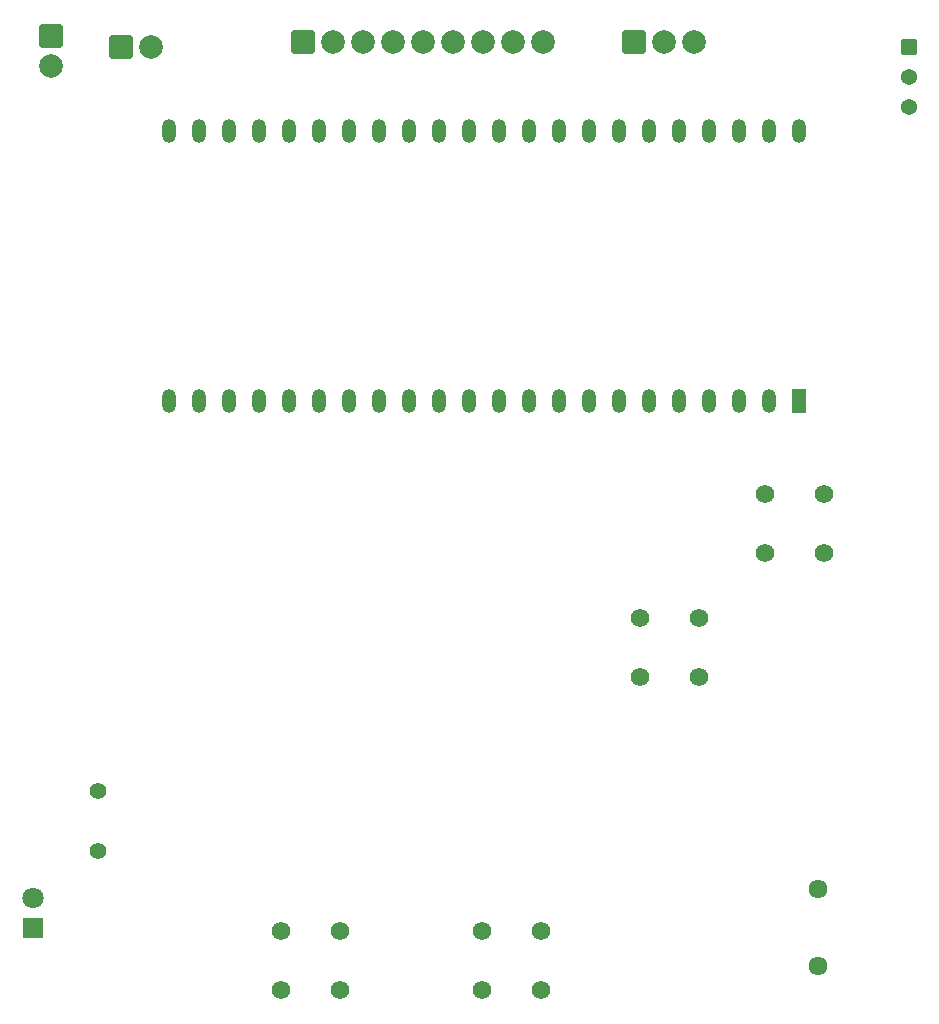
<source format=gbr>
%TF.GenerationSoftware,KiCad,Pcbnew,9.0.6*%
%TF.CreationDate,2025-12-04T23:30:10-05:00*%
%TF.ProjectId,FinalProjectPCB,46696e61-6c50-4726-9f6a-656374504342,rev?*%
%TF.SameCoordinates,Original*%
%TF.FileFunction,Soldermask,Bot*%
%TF.FilePolarity,Negative*%
%FSLAX46Y46*%
G04 Gerber Fmt 4.6, Leading zero omitted, Abs format (unit mm)*
G04 Created by KiCad (PCBNEW 9.0.6) date 2025-12-04 23:30:10*
%MOMM*%
%LPD*%
G01*
G04 APERTURE LIST*
G04 Aperture macros list*
%AMRoundRect*
0 Rectangle with rounded corners*
0 $1 Rounding radius*
0 $2 $3 $4 $5 $6 $7 $8 $9 X,Y pos of 4 corners*
0 Add a 4 corners polygon primitive as box body*
4,1,4,$2,$3,$4,$5,$6,$7,$8,$9,$2,$3,0*
0 Add four circle primitives for the rounded corners*
1,1,$1+$1,$2,$3*
1,1,$1+$1,$4,$5*
1,1,$1+$1,$6,$7*
1,1,$1+$1,$8,$9*
0 Add four rect primitives between the rounded corners*
20,1,$1+$1,$2,$3,$4,$5,0*
20,1,$1+$1,$4,$5,$6,$7,0*
20,1,$1+$1,$6,$7,$8,$9,0*
20,1,$1+$1,$8,$9,$2,$3,0*%
G04 Aperture macros list end*
%ADD10C,1.612000*%
%ADD11RoundRect,0.250000X-0.750000X-0.750000X0.750000X-0.750000X0.750000X0.750000X-0.750000X0.750000X0*%
%ADD12C,2.000000*%
%ADD13C,1.574800*%
%ADD14C,1.400000*%
%ADD15RoundRect,0.102000X-0.580000X0.580000X-0.580000X-0.580000X0.580000X-0.580000X0.580000X0.580000X0*%
%ADD16C,1.364000*%
%ADD17RoundRect,0.250000X-0.750000X0.750000X-0.750000X-0.750000X0.750000X-0.750000X0.750000X0.750000X0*%
%ADD18R,1.800000X1.800000*%
%ADD19C,1.800000*%
%ADD20R,1.200000X2.000000*%
%ADD21O,1.200000X2.000000*%
G04 APERTURE END LIST*
D10*
%TO.C,LS1*%
X142000000Y-164250000D03*
X142000000Y-157750000D03*
%TD*%
D11*
%TO.C,BT1*%
X82960000Y-86500000D03*
D12*
X85500000Y-86500000D03*
%TD*%
D13*
%TO.C,SW6*%
X137500000Y-124325505D03*
X142500000Y-124325505D03*
X142500000Y-129325495D03*
X137500000Y-129325495D03*
%TD*%
%TO.C,SW5*%
X126893398Y-134825505D03*
X131893398Y-134825505D03*
X131893398Y-139825495D03*
X126893398Y-139825495D03*
%TD*%
D14*
%TO.C,R1*%
X81000000Y-154500000D03*
X81000000Y-149420000D03*
%TD*%
D11*
%TO.C,J2*%
X98332858Y-86000000D03*
D12*
X100872858Y-86000000D03*
X103412858Y-86000000D03*
X105952858Y-86000000D03*
X108492858Y-86000000D03*
X111032858Y-86000000D03*
X113572858Y-86000000D03*
X116112858Y-86000000D03*
X118652858Y-86000000D03*
%TD*%
D13*
%TO.C,SW8*%
X96500000Y-161325505D03*
X101500000Y-161325505D03*
X101500000Y-166325495D03*
X96500000Y-166325495D03*
%TD*%
%TO.C,SW9*%
X113500000Y-161325505D03*
X118500000Y-161325505D03*
X118500000Y-166325495D03*
X113500000Y-166325495D03*
%TD*%
D15*
%TO.C,RV1*%
X149630000Y-86460000D03*
D16*
X149630000Y-89000000D03*
X149630000Y-91540000D03*
%TD*%
D17*
%TO.C,SW7*%
X77000000Y-85500000D03*
D12*
X77000000Y-88040000D03*
%TD*%
D11*
%TO.C,J1*%
X126420000Y-86000000D03*
D12*
X128960000Y-86000000D03*
X131500000Y-86000000D03*
%TD*%
D18*
%TO.C,D1*%
X75500000Y-161040000D03*
D19*
X75500000Y-158500000D03*
%TD*%
D20*
%TO.C,U1*%
X140392080Y-116430000D03*
D21*
X137852080Y-116430000D03*
X135312080Y-116430000D03*
X132772080Y-116430000D03*
X130232080Y-116430000D03*
X127692080Y-116430000D03*
X125152080Y-116430000D03*
X122612080Y-116430000D03*
X120072080Y-116430000D03*
X117532080Y-116430000D03*
X114992080Y-116430000D03*
X112452080Y-116430000D03*
X109912080Y-116430000D03*
X107372080Y-116430000D03*
X104832080Y-116430000D03*
X102292080Y-116430000D03*
X99752080Y-116430000D03*
X97212080Y-116430000D03*
X94672080Y-116430000D03*
X92134800Y-116433680D03*
X89594800Y-116433680D03*
X87054800Y-116433680D03*
X87052080Y-93570000D03*
X89592080Y-93570000D03*
X92132080Y-93570000D03*
X94672080Y-93570000D03*
X97212080Y-93570000D03*
X99752080Y-93570000D03*
X102292080Y-93570000D03*
X104832080Y-93570000D03*
X107372080Y-93570000D03*
X109912080Y-93570000D03*
X112452080Y-93570000D03*
X114992080Y-93570000D03*
X117532080Y-93570000D03*
X120072080Y-93570000D03*
X122612080Y-93570000D03*
X125152080Y-93570000D03*
X127692080Y-93570000D03*
X130232080Y-93570000D03*
X132772080Y-93570000D03*
X135312080Y-93570000D03*
X137852080Y-93570000D03*
X140392080Y-93570000D03*
%TD*%
M02*

</source>
